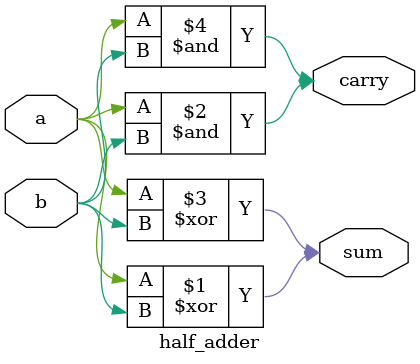
<source format=v>
module half_adder(sum, carry, a, b);

// Define in ports
input a,b;
output sum, carry;

// Circuit Functionlity in data flow level
assign sum = a ^ b;
assign carry = a & b;

// or Circuit Functionlity in gate level
xor x1(sum, a, b);
and a1(carry, a, b);

endmodule

</source>
